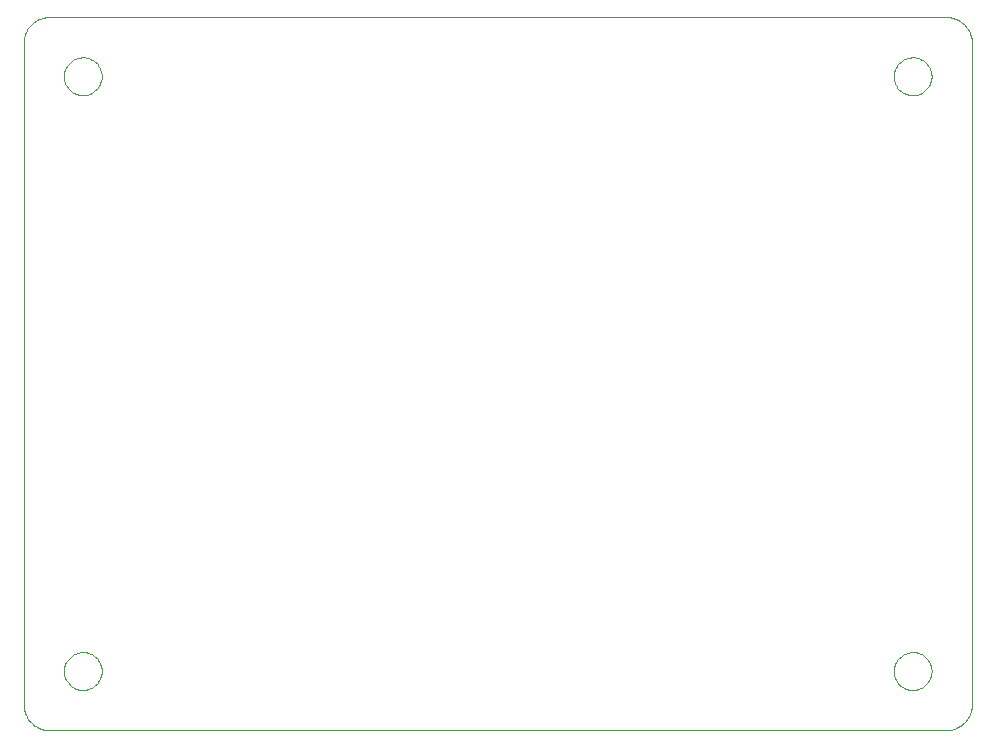
<source format=gbp>
G75*
G70*
%OFA0B0*%
%FSLAX24Y24*%
%IPPOS*%
%LPD*%
%AMOC8*
5,1,8,0,0,1.08239X$1,22.5*
%
%ADD10C,0.0000*%
D10*
X003197Y007660D02*
X033224Y007660D01*
X033281Y007666D01*
X033338Y007676D01*
X033394Y007690D01*
X033449Y007708D01*
X033503Y007729D01*
X033555Y007754D01*
X033605Y007783D01*
X033653Y007815D01*
X033699Y007850D01*
X033743Y007888D01*
X033783Y007928D01*
X033821Y007972D01*
X033856Y008018D01*
X033888Y008066D01*
X033917Y008116D01*
X033942Y008168D01*
X033963Y008222D01*
X033981Y008277D01*
X033995Y008333D01*
X034005Y008390D01*
X034011Y008447D01*
X034011Y030637D01*
X034011Y030638D02*
X034005Y030695D01*
X033995Y030752D01*
X033981Y030808D01*
X033963Y030863D01*
X033942Y030917D01*
X033917Y030969D01*
X033888Y031019D01*
X033856Y031067D01*
X033821Y031113D01*
X033783Y031157D01*
X033743Y031197D01*
X033699Y031235D01*
X033653Y031270D01*
X033605Y031302D01*
X033555Y031331D01*
X033503Y031356D01*
X033449Y031377D01*
X033394Y031395D01*
X033338Y031409D01*
X033281Y031419D01*
X033224Y031425D01*
X003197Y031425D01*
X003140Y031419D01*
X003083Y031409D01*
X003027Y031395D01*
X002972Y031377D01*
X002918Y031356D01*
X002866Y031331D01*
X002816Y031302D01*
X002768Y031270D01*
X002722Y031235D01*
X002678Y031197D01*
X002638Y031157D01*
X002600Y031113D01*
X002565Y031067D01*
X002533Y031019D01*
X002504Y030969D01*
X002479Y030917D01*
X002458Y030863D01*
X002440Y030808D01*
X002426Y030752D01*
X002416Y030695D01*
X002410Y030638D01*
X002410Y030637D02*
X002410Y008447D01*
X002416Y008390D01*
X002426Y008333D01*
X002440Y008277D01*
X002458Y008222D01*
X002479Y008168D01*
X002504Y008116D01*
X002533Y008066D01*
X002565Y008018D01*
X002600Y007972D01*
X002638Y007928D01*
X002678Y007888D01*
X002722Y007850D01*
X002768Y007815D01*
X002816Y007783D01*
X002866Y007754D01*
X002918Y007729D01*
X002972Y007708D01*
X003027Y007690D01*
X003083Y007676D01*
X003140Y007666D01*
X003197Y007660D01*
X003749Y009629D02*
X003751Y009679D01*
X003757Y009729D01*
X003767Y009778D01*
X003781Y009826D01*
X003798Y009873D01*
X003819Y009918D01*
X003844Y009962D01*
X003872Y010003D01*
X003904Y010042D01*
X003938Y010079D01*
X003975Y010113D01*
X004015Y010143D01*
X004057Y010170D01*
X004101Y010194D01*
X004147Y010215D01*
X004194Y010231D01*
X004242Y010244D01*
X004292Y010253D01*
X004341Y010258D01*
X004392Y010259D01*
X004442Y010256D01*
X004491Y010249D01*
X004540Y010238D01*
X004588Y010223D01*
X004634Y010205D01*
X004679Y010183D01*
X004722Y010157D01*
X004763Y010128D01*
X004802Y010096D01*
X004838Y010061D01*
X004870Y010023D01*
X004900Y009983D01*
X004927Y009940D01*
X004950Y009896D01*
X004969Y009850D01*
X004985Y009802D01*
X004997Y009753D01*
X005005Y009704D01*
X005009Y009654D01*
X005009Y009604D01*
X005005Y009554D01*
X004997Y009505D01*
X004985Y009456D01*
X004969Y009408D01*
X004950Y009362D01*
X004927Y009318D01*
X004900Y009275D01*
X004870Y009235D01*
X004838Y009197D01*
X004802Y009162D01*
X004763Y009130D01*
X004722Y009101D01*
X004679Y009075D01*
X004634Y009053D01*
X004588Y009035D01*
X004540Y009020D01*
X004491Y009009D01*
X004442Y009002D01*
X004392Y008999D01*
X004341Y009000D01*
X004292Y009005D01*
X004242Y009014D01*
X004194Y009027D01*
X004147Y009043D01*
X004101Y009064D01*
X004057Y009088D01*
X004015Y009115D01*
X003975Y009145D01*
X003938Y009179D01*
X003904Y009216D01*
X003872Y009255D01*
X003844Y009296D01*
X003819Y009340D01*
X003798Y009385D01*
X003781Y009432D01*
X003767Y009480D01*
X003757Y009529D01*
X003751Y009579D01*
X003749Y009629D01*
X003749Y029456D02*
X003751Y029506D01*
X003757Y029556D01*
X003767Y029605D01*
X003781Y029653D01*
X003798Y029700D01*
X003819Y029745D01*
X003844Y029789D01*
X003872Y029830D01*
X003904Y029869D01*
X003938Y029906D01*
X003975Y029940D01*
X004015Y029970D01*
X004057Y029997D01*
X004101Y030021D01*
X004147Y030042D01*
X004194Y030058D01*
X004242Y030071D01*
X004292Y030080D01*
X004341Y030085D01*
X004392Y030086D01*
X004442Y030083D01*
X004491Y030076D01*
X004540Y030065D01*
X004588Y030050D01*
X004634Y030032D01*
X004679Y030010D01*
X004722Y029984D01*
X004763Y029955D01*
X004802Y029923D01*
X004838Y029888D01*
X004870Y029850D01*
X004900Y029810D01*
X004927Y029767D01*
X004950Y029723D01*
X004969Y029677D01*
X004985Y029629D01*
X004997Y029580D01*
X005005Y029531D01*
X005009Y029481D01*
X005009Y029431D01*
X005005Y029381D01*
X004997Y029332D01*
X004985Y029283D01*
X004969Y029235D01*
X004950Y029189D01*
X004927Y029145D01*
X004900Y029102D01*
X004870Y029062D01*
X004838Y029024D01*
X004802Y028989D01*
X004763Y028957D01*
X004722Y028928D01*
X004679Y028902D01*
X004634Y028880D01*
X004588Y028862D01*
X004540Y028847D01*
X004491Y028836D01*
X004442Y028829D01*
X004392Y028826D01*
X004341Y028827D01*
X004292Y028832D01*
X004242Y028841D01*
X004194Y028854D01*
X004147Y028870D01*
X004101Y028891D01*
X004057Y028915D01*
X004015Y028942D01*
X003975Y028972D01*
X003938Y029006D01*
X003904Y029043D01*
X003872Y029082D01*
X003844Y029123D01*
X003819Y029167D01*
X003798Y029212D01*
X003781Y029259D01*
X003767Y029307D01*
X003757Y029356D01*
X003751Y029406D01*
X003749Y029456D01*
X031413Y029456D02*
X031415Y029506D01*
X031421Y029556D01*
X031431Y029605D01*
X031445Y029653D01*
X031462Y029700D01*
X031483Y029745D01*
X031508Y029789D01*
X031536Y029830D01*
X031568Y029869D01*
X031602Y029906D01*
X031639Y029940D01*
X031679Y029970D01*
X031721Y029997D01*
X031765Y030021D01*
X031811Y030042D01*
X031858Y030058D01*
X031906Y030071D01*
X031956Y030080D01*
X032005Y030085D01*
X032056Y030086D01*
X032106Y030083D01*
X032155Y030076D01*
X032204Y030065D01*
X032252Y030050D01*
X032298Y030032D01*
X032343Y030010D01*
X032386Y029984D01*
X032427Y029955D01*
X032466Y029923D01*
X032502Y029888D01*
X032534Y029850D01*
X032564Y029810D01*
X032591Y029767D01*
X032614Y029723D01*
X032633Y029677D01*
X032649Y029629D01*
X032661Y029580D01*
X032669Y029531D01*
X032673Y029481D01*
X032673Y029431D01*
X032669Y029381D01*
X032661Y029332D01*
X032649Y029283D01*
X032633Y029235D01*
X032614Y029189D01*
X032591Y029145D01*
X032564Y029102D01*
X032534Y029062D01*
X032502Y029024D01*
X032466Y028989D01*
X032427Y028957D01*
X032386Y028928D01*
X032343Y028902D01*
X032298Y028880D01*
X032252Y028862D01*
X032204Y028847D01*
X032155Y028836D01*
X032106Y028829D01*
X032056Y028826D01*
X032005Y028827D01*
X031956Y028832D01*
X031906Y028841D01*
X031858Y028854D01*
X031811Y028870D01*
X031765Y028891D01*
X031721Y028915D01*
X031679Y028942D01*
X031639Y028972D01*
X031602Y029006D01*
X031568Y029043D01*
X031536Y029082D01*
X031508Y029123D01*
X031483Y029167D01*
X031462Y029212D01*
X031445Y029259D01*
X031431Y029307D01*
X031421Y029356D01*
X031415Y029406D01*
X031413Y029456D01*
X031413Y009629D02*
X031415Y009679D01*
X031421Y009729D01*
X031431Y009778D01*
X031445Y009826D01*
X031462Y009873D01*
X031483Y009918D01*
X031508Y009962D01*
X031536Y010003D01*
X031568Y010042D01*
X031602Y010079D01*
X031639Y010113D01*
X031679Y010143D01*
X031721Y010170D01*
X031765Y010194D01*
X031811Y010215D01*
X031858Y010231D01*
X031906Y010244D01*
X031956Y010253D01*
X032005Y010258D01*
X032056Y010259D01*
X032106Y010256D01*
X032155Y010249D01*
X032204Y010238D01*
X032252Y010223D01*
X032298Y010205D01*
X032343Y010183D01*
X032386Y010157D01*
X032427Y010128D01*
X032466Y010096D01*
X032502Y010061D01*
X032534Y010023D01*
X032564Y009983D01*
X032591Y009940D01*
X032614Y009896D01*
X032633Y009850D01*
X032649Y009802D01*
X032661Y009753D01*
X032669Y009704D01*
X032673Y009654D01*
X032673Y009604D01*
X032669Y009554D01*
X032661Y009505D01*
X032649Y009456D01*
X032633Y009408D01*
X032614Y009362D01*
X032591Y009318D01*
X032564Y009275D01*
X032534Y009235D01*
X032502Y009197D01*
X032466Y009162D01*
X032427Y009130D01*
X032386Y009101D01*
X032343Y009075D01*
X032298Y009053D01*
X032252Y009035D01*
X032204Y009020D01*
X032155Y009009D01*
X032106Y009002D01*
X032056Y008999D01*
X032005Y009000D01*
X031956Y009005D01*
X031906Y009014D01*
X031858Y009027D01*
X031811Y009043D01*
X031765Y009064D01*
X031721Y009088D01*
X031679Y009115D01*
X031639Y009145D01*
X031602Y009179D01*
X031568Y009216D01*
X031536Y009255D01*
X031508Y009296D01*
X031483Y009340D01*
X031462Y009385D01*
X031445Y009432D01*
X031431Y009480D01*
X031421Y009529D01*
X031415Y009579D01*
X031413Y009629D01*
M02*

</source>
